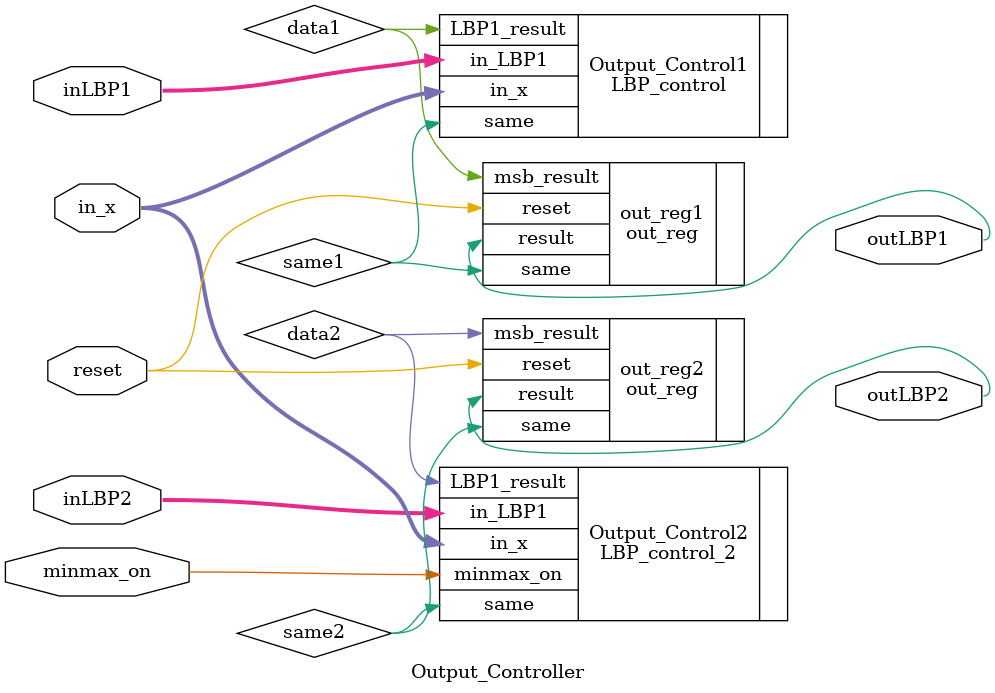
<source format=v>
module Output_Controller(
    in_x,
    inLBP1,
    inLBP2,
    outLBP1,
    outLBP2,
    minmax_on,
    reset
);
    input [0:7] in_x;
    input [0:3] inLBP1;
    input [0:3] inLBP2;
    input minmax_on;
    input reset;
    
    wire data1;
    wire data2;
    wire same1;
    wire same2;
    
    output outLBP1;
    output outLBP2;
    
    LBP_control Output_Control1(
        .in_LBP1(inLBP1),
        .in_x(in_x),
        .LBP1_result(data1),
        .same(same1)
    );
    
    LBP_control_2 Output_Control2(
        .in_LBP1(inLBP2),
        .in_x(in_x),
        .minmax_on(minmax_on),
        .LBP1_result(data2),
        .same(same2)
    );

    out_reg out_reg1(
    .msb_result(data1),
    .same(same1),
    .reset(reset),
    .result(outLBP1)
    );
    
    out_reg out_reg2(
    .msb_result(data2),
    .same(same2),
    .reset(reset),
    .result(outLBP2)
    );
    
endmodule
</source>
